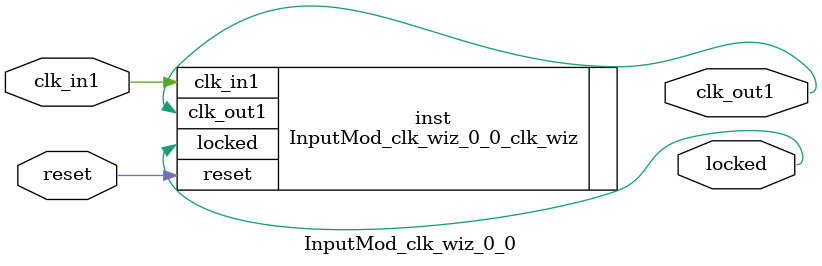
<source format=v>


`timescale 1ps/1ps

(* CORE_GENERATION_INFO = "InputMod_clk_wiz_0_0,clk_wiz_v6_0_1_0_0,{component_name=InputMod_clk_wiz_0_0,use_phase_alignment=true,use_min_o_jitter=false,use_max_i_jitter=false,use_dyn_phase_shift=false,use_inclk_switchover=false,use_dyn_reconfig=false,enable_axi=0,feedback_source=FDBK_AUTO,PRIMITIVE=MMCM,num_out_clk=1,clkin1_period=10.000,clkin2_period=10.000,use_power_down=false,use_reset=true,use_locked=true,use_inclk_stopped=false,feedback_type=SINGLE,CLOCK_MGR_TYPE=NA,manual_override=false}" *)

module InputMod_clk_wiz_0_0 
 (
  // Clock out ports
  output        clk_out1,
  // Status and control signals
  input         reset,
  output        locked,
 // Clock in ports
  input         clk_in1
 );

  InputMod_clk_wiz_0_0_clk_wiz inst
  (
  // Clock out ports  
  .clk_out1(clk_out1),
  // Status and control signals               
  .reset(reset), 
  .locked(locked),
 // Clock in ports
  .clk_in1(clk_in1)
  );

endmodule

</source>
